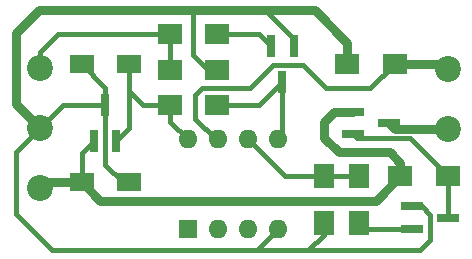
<source format=gbr>
G04 #@! TF.FileFunction,Copper,L2,Bot,Signal*
%FSLAX46Y46*%
G04 Gerber Fmt 4.6, Leading zero omitted, Abs format (unit mm)*
G04 Created by KiCad (PCBNEW 4.0.2-stable) date 3/31/2017 5:09:52 PM*
%MOMM*%
G01*
G04 APERTURE LIST*
%ADD10C,0.100000*%
%ADD11R,2.000000X1.600000*%
%ADD12R,1.600000X1.600000*%
%ADD13O,1.600000X1.600000*%
%ADD14C,2.200000*%
%ADD15R,0.800000X1.900000*%
%ADD16R,1.900000X0.800000*%
%ADD17R,2.000000X1.700000*%
%ADD18R,1.700000X2.000000*%
%ADD19C,0.800000*%
%ADD20C,0.400000*%
G04 APERTURE END LIST*
D10*
D11*
X140500000Y-86500000D03*
X144500000Y-86500000D03*
X144500000Y-76500000D03*
X140500000Y-76500000D03*
D12*
X149500000Y-90500000D03*
D13*
X157120000Y-82880000D03*
X152040000Y-90500000D03*
X154580000Y-82880000D03*
X154580000Y-90500000D03*
X152040000Y-82880000D03*
X157120000Y-90500000D03*
X149500000Y-82880000D03*
D14*
X137000000Y-87000000D03*
X137000000Y-81920000D03*
X137000000Y-76840000D03*
D15*
X156550000Y-75000000D03*
X158450000Y-75000000D03*
X157500000Y-78000000D03*
D16*
X168500000Y-90450000D03*
X168500000Y-88550000D03*
X171500000Y-89500000D03*
X163500000Y-82450000D03*
X163500000Y-80550000D03*
X166500000Y-81500000D03*
D17*
X148000000Y-77000000D03*
X152000000Y-77000000D03*
X152000000Y-74000000D03*
X148000000Y-74000000D03*
X148000000Y-80000000D03*
X152000000Y-80000000D03*
D18*
X161000000Y-86000000D03*
X161000000Y-90000000D03*
X164000000Y-90000000D03*
X164000000Y-86000000D03*
D17*
X167500000Y-86000000D03*
X171500000Y-86000000D03*
X163000000Y-76500000D03*
X167000000Y-76500000D03*
D15*
X143450000Y-83000000D03*
X141550000Y-83000000D03*
X142500000Y-80000000D03*
D14*
X171500000Y-82000000D03*
X171500000Y-76920000D03*
D19*
X140500000Y-86500000D02*
X142090000Y-88090000D01*
X165410000Y-88090000D02*
X167500000Y-86000000D01*
X142090000Y-88090000D02*
X165410000Y-88090000D01*
X137000000Y-87000000D02*
X137500000Y-86500000D01*
X137500000Y-86500000D02*
X140500000Y-86500000D01*
X163500000Y-80550000D02*
X161890000Y-80550000D01*
X161890000Y-80550000D02*
X161050000Y-81390000D01*
X161050000Y-81390000D02*
X161050000Y-82730000D01*
X161050000Y-82730000D02*
X162300000Y-83980000D01*
X162300000Y-83980000D02*
X166580000Y-83980000D01*
X166580000Y-83980000D02*
X167500000Y-84900000D01*
X167500000Y-84900000D02*
X167500000Y-86000000D01*
D20*
X141550000Y-83000000D02*
X140500000Y-84050000D01*
X140500000Y-84050000D02*
X140500000Y-86500000D01*
X144500000Y-86500000D02*
X143970000Y-86500000D01*
X143970000Y-86500000D02*
X142500000Y-85030000D01*
X142500000Y-85030000D02*
X142500000Y-80000000D01*
X152000000Y-77000000D02*
X151240000Y-77000000D01*
X151240000Y-77000000D02*
X149980000Y-75740000D01*
X149980000Y-75740000D02*
X149980000Y-71970000D01*
X158450000Y-75000000D02*
X158450000Y-74380000D01*
X158450000Y-74380000D02*
X156040000Y-71970000D01*
X161000000Y-90000000D02*
X161000000Y-90990000D01*
X161000000Y-90990000D02*
X159700000Y-92290000D01*
X155330000Y-92290000D02*
X159700000Y-92290000D01*
X159700000Y-92290000D02*
X169180000Y-92290000D01*
X170040000Y-89270000D02*
X169320000Y-88550000D01*
X170040000Y-91430000D02*
X170040000Y-89270000D01*
X169180000Y-92290000D02*
X170040000Y-91430000D01*
X169320000Y-88550000D02*
X168500000Y-88550000D01*
X169050000Y-88550000D02*
X168500000Y-88550000D01*
X137000000Y-81920000D02*
X134980000Y-83940000D01*
X155330000Y-92290000D02*
X157120000Y-90500000D01*
X138030000Y-92290000D02*
X154760000Y-92290000D01*
X154760000Y-92290000D02*
X155330000Y-92290000D01*
X134980000Y-89240000D02*
X138030000Y-92290000D01*
X134980000Y-83940000D02*
X134980000Y-89240000D01*
D19*
X163000000Y-76500000D02*
X163000000Y-74690000D01*
X134950000Y-79870000D02*
X137000000Y-81920000D01*
X134950000Y-73910000D02*
X134950000Y-79870000D01*
X136890000Y-71970000D02*
X134950000Y-73910000D01*
X160280000Y-71970000D02*
X156040000Y-71970000D01*
X156040000Y-71970000D02*
X149980000Y-71970000D01*
X149980000Y-71970000D02*
X136890000Y-71970000D01*
X163000000Y-74690000D02*
X160280000Y-71970000D01*
D20*
X140500000Y-76500000D02*
X142500000Y-78500000D01*
X142500000Y-78500000D02*
X142500000Y-80000000D01*
X137000000Y-81920000D02*
X138920000Y-80000000D01*
X138920000Y-80000000D02*
X142500000Y-80000000D01*
X149500000Y-82880000D02*
X148000000Y-81380000D01*
X148000000Y-81380000D02*
X148000000Y-80000000D01*
X148000000Y-80000000D02*
X145720000Y-80000000D01*
X145720000Y-80000000D02*
X144500000Y-78780000D01*
X143450000Y-83000000D02*
X144500000Y-81950000D01*
X144500000Y-81950000D02*
X144500000Y-78780000D01*
X144500000Y-78780000D02*
X144500000Y-76500000D01*
X157120000Y-82880000D02*
X157500000Y-82500000D01*
X157500000Y-82500000D02*
X157500000Y-78000000D01*
X152000000Y-80000000D02*
X155500000Y-80000000D01*
X155500000Y-80000000D02*
X157500000Y-78000000D01*
X164000000Y-86000000D02*
X161000000Y-86000000D01*
X154580000Y-82880000D02*
X157700000Y-86000000D01*
X157700000Y-86000000D02*
X161000000Y-86000000D01*
X152040000Y-82880000D02*
X151860000Y-82880000D01*
X151860000Y-82880000D02*
X150120000Y-81140000D01*
X150120000Y-81140000D02*
X150120000Y-79100000D01*
X150120000Y-79100000D02*
X150680000Y-78540000D01*
X150680000Y-78540000D02*
X154730000Y-78540000D01*
X154730000Y-78540000D02*
X156710000Y-76560000D01*
X156710000Y-76560000D02*
X159230000Y-76560000D01*
X159230000Y-76560000D02*
X161210000Y-78540000D01*
X161210000Y-78540000D02*
X164960000Y-78540000D01*
X164960000Y-78540000D02*
X167000000Y-76500000D01*
D19*
X171500000Y-76920000D02*
X171080000Y-76500000D01*
X171080000Y-76500000D02*
X167000000Y-76500000D01*
D20*
X167000000Y-76500000D02*
X167420000Y-76920000D01*
X137000000Y-76840000D02*
X137000000Y-75490000D01*
X137000000Y-75490000D02*
X138490000Y-74000000D01*
X138490000Y-74000000D02*
X148000000Y-74000000D01*
X148000000Y-77000000D02*
X148000000Y-74000000D01*
D19*
X166500000Y-81500000D02*
X167000000Y-82000000D01*
X167000000Y-82000000D02*
X171500000Y-82000000D01*
D20*
X152000000Y-74000000D02*
X155550000Y-74000000D01*
X155550000Y-74000000D02*
X156550000Y-75000000D01*
X164000000Y-90000000D02*
X164450000Y-90450000D01*
X164450000Y-90450000D02*
X168500000Y-90450000D01*
X171500000Y-89500000D02*
X171500000Y-86000000D01*
X163500000Y-82450000D02*
X163850002Y-82800002D01*
X163850002Y-82800002D02*
X168300002Y-82800002D01*
X168300002Y-82800002D02*
X171500000Y-86000000D01*
M02*

</source>
